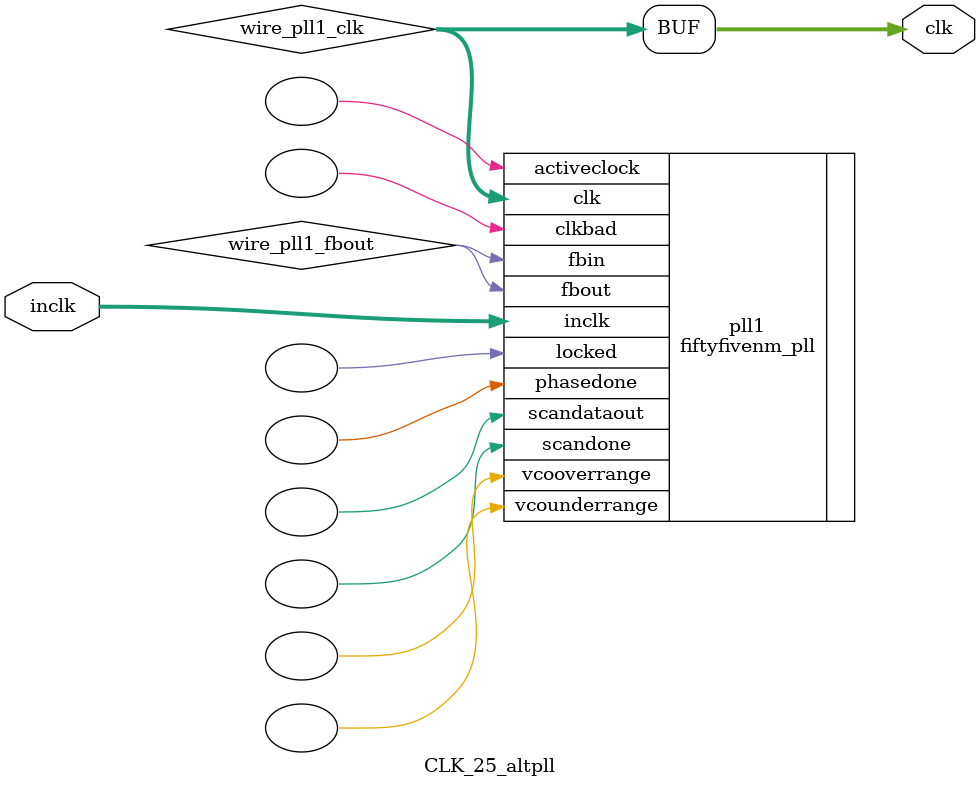
<source format=v>






//synthesis_resources = fiftyfivenm_pll 1 
//synopsys translate_off
`timescale 1 ps / 1 ps
//synopsys translate_on
module  CLK_25_altpll
	( 
	clk,
	inclk) /* synthesis synthesis_clearbox=1 */;
	output   [4:0]  clk;
	input   [1:0]  inclk;
`ifndef ALTERA_RESERVED_QIS
// synopsys translate_off
`endif
	tri0   [1:0]  inclk;
`ifndef ALTERA_RESERVED_QIS
// synopsys translate_on
`endif

	wire  [4:0]   wire_pll1_clk;
	wire  wire_pll1_fbout;

	fiftyfivenm_pll   pll1
	( 
	.activeclock(),
	.clk(wire_pll1_clk),
	.clkbad(),
	.fbin(wire_pll1_fbout),
	.fbout(wire_pll1_fbout),
	.inclk(inclk),
	.locked(),
	.phasedone(),
	.scandataout(),
	.scandone(),
	.vcooverrange(),
	.vcounderrange()
	`ifndef FORMAL_VERIFICATION
	// synopsys translate_off
	`endif
	,
	.areset(1'b0),
	.clkswitch(1'b0),
	.configupdate(1'b0),
	.pfdena(1'b1),
	.phasecounterselect({3{1'b0}}),
	.phasestep(1'b0),
	.phaseupdown(1'b0),
	.scanclk(1'b0),
	.scanclkena(1'b1),
	.scandata(1'b0)
	`ifndef FORMAL_VERIFICATION
	// synopsys translate_on
	`endif
	);
	defparam
		pll1.bandwidth_type = "auto",
		pll1.clk0_divide_by = 2,
		pll1.clk0_duty_cycle = 50,
		pll1.clk0_multiply_by = 1,
		pll1.clk0_phase_shift = "0",
		pll1.compensate_clock = "clk0",
		pll1.inclk0_input_frequency = 20000,
		pll1.operation_mode = "normal",
		pll1.pll_type = "auto",
		pll1.lpm_type = "fiftyfivenm_pll";
	assign
		clk = {wire_pll1_clk[4:0]};
endmodule //CLK_25_altpll
//VALID FILE

</source>
